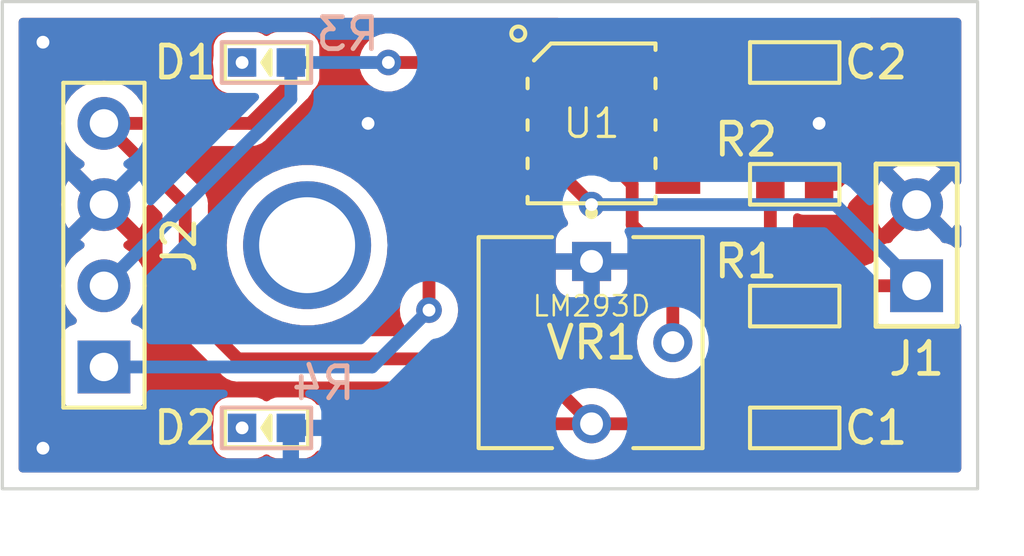
<source format=kicad_pcb>
(kicad_pcb (version 20211014) (generator pcbnew)
  (layers (0 "F.Cu" signal) (31 "B.Cu" signal) (34 "B.Paste" user) (35 "F.Paste" user) (36 "B.SilkS" user "B.Silkscreen") (37 "F.SilkS" user "F.Silkscreen") (38 "B.Mask" user) (39 "F.Mask" user) (44 "Edge.Cuts" user))
  (net 0 "")
  (net 1 "GND")
  (net 2 "A0")
  (net 3 "VCC")
  (net 4 "Net-(D1-Pad2)")
  (net 5 "Net-(D2-Pad2)")
  (net 6 "D0")
  (net 10 "Net-(U1-Pad2)")
  (footprint "OPL_Optoelectronics:LED-0603" (layer "F.Cu") (at 30.48 20.955 180)
    (fp_text reference "D1" (at 2.54 0) (layer "F.SilkS"))
    (fp_text value "LED")
    (fp_line (start 1.27 0.5715) (end 1.27 -0.5715) (layer "F.SilkS") (width 0.06604))
    (fp_line (start -1.27 -0.5715) (end 1.27 -0.5715) (layer "F.SilkS") (width 0.06604))
    (fp_line (start -1.27 0.5715) (end 1.27 0.5715) (layer "F.SilkS") (width 0.06604))
    (fp_line (start 0.127 0) (end 0 -0.1905) (layer "F.SilkS") (width 0.127))
    (fp_line (start 1.3335 0.635) (end -1.3335 0.635) (layer "F.SilkS") (width 0.127))
    (fp_line (start 1.3335 -0.635) (end 1.3335 0.635) (layer "F.SilkS") (width 0.127))
    (fp_line (start -1.3335 -0.635) (end 1.3335 -0.635) (layer "F.SilkS") (width 0.127))
    (fp_line (start -0.0635 -0.254) (end -0.0635 0.254) (layer "F.SilkS") (width 0.127))
    (fp_line (start 0 -0.1905) (end 0 0.1905) (layer "F.SilkS") (width 0.127))
    (fp_line (start -0.127 0.381) (end 0 0.1905) (layer "F.SilkS") (width 0.127))
    (fp_line (start -1.3335 0.635) (end -1.3335 -0.635) (layer "F.SilkS") (width 0.127))
    (fp_line (start -0.127 -0.381) (end -0.127 0.381) (layer "F.SilkS") (width 0.127))
    (fp_line (start 0 -0.1905) (end -0.127 -0.381) (layer "F.SilkS") (width 0.127))
    (fp_line (start -1.27 0.5715) (end -1.27 -0.5715) (layer "F.SilkS") (width 0.06604))
    (fp_line (start 0 0.1905) (end 0.127 0) (layer "F.SilkS") (width 0.127))
    (pad "1" smd rect locked (at -0.762 0 180) (size 0.762 0.889) (layers "F.Cu" "F.Paste" "F.Mask") (net 3 "VCC"))
    (pad "2" smd rect locked (at 0.762 0 180) (size 0.762 0.889) (layers "F.Cu" "F.Paste" "F.Mask") (net 4 "Net-(D1-Pad2)"))
  )
  (footprint "OPL_Connector:H2-2.54" (layer "F.Cu") (at 50.8 26.67 90)
    (fp_text reference "J1" (at -3.556 0 180) (layer "F.SilkS"))
    (fp_text value "IN")
    (fp_line (start 2.54 -1.27) (end 2.54 1.27) (layer "F.SilkS") (width 0.15))
    (fp_line (start 2.54 1.27) (end -2.54 1.27) (layer "F.SilkS") (width 0.15))
    (fp_line (start -2.54 1.27) (end -2.54 -1.27) (layer "F.SilkS") (width 0.15))
    (fp_line (start -2.54 -1.27) (end 2.54 -1.27) (layer "F.SilkS") (width 0.15))
    (pad "1" thru_hole rect locked (at -1.27 0 180) (size 1.651 1.651) (drill 0.9) (layers *.Cu *.Mask) (net 2 "A0"))
    (pad "2" thru_hole circle locked (at 1.27 0 180) (size 1.651 1.651) (drill 0.9) (layers *.Cu *.Mask) (net 1 "GND"))
  )
  (footprint "OPL_Resistor:R0603" (layer "F.Cu") (at 46.99 28.575 180)
    (fp_text reference "R1" (at 1.524 1.397) (layer "F.SilkS"))
    (fp_text value "10K")
    (fp_line (start -1.397 -0.635) (end 1.397 -0.635) (layer "F.SilkS") (width 0.127))
    (fp_line (start 1.397 0.635) (end -1.397 0.635) (layer "F.SilkS") (width 0.127))
    (fp_line (start -1.397 0.635) (end -1.397 -0.635) (layer "F.SilkS") (width 0.127))
    (fp_line (start 1.397 -0.635) (end 1.397 0.635) (layer "F.SilkS") (width 0.127))
    (pad "1" smd rect locked (at -0.762 0 180) (size 0.889 0.889) (layers "F.Cu" "F.Paste" "F.Mask") (net 2 "A0"))
    (pad "2" smd rect locked (at 0.762 0 180) (size 0.889 0.889) (layers "F.Cu" "F.Paste" "F.Mask") (net 3 "VCC"))
  )
  (footprint "OPL_Capacitor:C0603" (layer "F.Cu") (at 46.99 20.955 180)
    (fp_text reference "C2" (at -2.54 0) (layer "F.SilkS"))
    (fp_text value "100NF")
    (fp_line (start -1.397 -0.635) (end 1.397 -0.635) (layer "F.SilkS") (width 0.127))
    (fp_line (start 1.397 -0.635) (end 1.397 0.635) (layer "F.SilkS") (width 0.127))
    (fp_line (start 1.397 0.635) (end -1.397 0.635) (layer "F.SilkS") (width 0.127))
    (fp_line (start -1.397 0.635) (end -1.397 -0.635) (layer "F.SilkS") (width 0.127))
    (pad "1" smd rect locked (at -0.762 0 180) (size 0.9 0.9) (layers "F.Cu" "F.Paste" "F.Mask") (net 1 "GND"))
    (pad "2" smd rect locked (at 0.762 0 180) (size 0.9 0.9) (layers "F.Cu" "F.Paste" "F.Mask") (net 3 "VCC"))
  )
  (footprint "TRIM_3362P-1-103LF:TRIM_3362P-1-103LF" (layer "F.Cu") (at 40.64 29.718 -90)
    (fp_text reference "VR1" (at 0 0 180) (layer "F.SilkS") (effects (font (size 1.002756 1.002756))))
    (fp_text value "POT-10K")
    (fp_line (start -3.3 -1.305) (end -3.3 -3.47) (layer "F.SilkS") (width 0.127))
    (fp_line (start -3.3 3.52) (end -3.3 1.235) (layer "F.SilkS") (width 0.127))
    (fp_line (start 3.3 -3.47) (end 3.3 -1.305) (layer "F.SilkS") (width 0.127))
    (fp_line (start 3.3 3.53) (end -3.3 3.53) (layer "F.SilkS") (width 0.127))
    (fp_line (start 3.3 1.235) (end 3.3 3.52) (layer "F.SilkS") (width 0.127))
    (fp_line (start -3.3 -3.47) (end 3.3 -3.47) (layer "F.SilkS") (width 0.127))
    (fp_circle (center -4.064 0) (end -3.964 0) (layer "F.SilkS") (width 0.2) (fill none))
    (pad "1" thru_hole rect (at -2.54 0 270) (size 1.222 1.222) (drill 0.714) (layers *.Cu *.Mask) (net 1 "GND"))
    (pad "2" thru_hole circle (at 0 -2.54 270) (size 1.222 1.222) (drill 0.714) (layers *.Cu *.Mask) (net 10 "Net-(U1-Pad2)"))
    (pad "3" thru_hole circle (at 2.54 0 270) (size 1.222 1.222) (drill 0.714) (layers *.Cu *.Mask) (net 3 "VCC"))
  )
  (footprint "OPL_Resistor:R0603" (layer "F.Cu") (at 46.99 24.765 180)
    (fp_text reference "R2" (at 1.524 1.397) (layer "F.SilkS"))
    (fp_text value "10K")
    (fp_line (start 1.397 -0.635) (end 1.397 0.635) (layer "F.SilkS") (width 0.127))
    (fp_line (start -1.397 0.635) (end -1.397 -0.635) (layer "F.SilkS") (width 0.127))
    (fp_line (start 1.397 0.635) (end -1.397 0.635) (layer "F.SilkS") (width 0.127))
    (fp_line (start -1.397 -0.635) (end 1.397 -0.635) (layer "F.SilkS") (width 0.127))
    (pad "1" smd rect locked (at -0.762 0 180) (size 0.889 0.889) (layers "F.Cu" "F.Paste" "F.Mask") (net 6 "D0"))
    (pad "2" smd rect locked (at 0.762 0 180) (size 0.889 0.889) (layers "F.Cu" "F.Paste" "F.Mask") (net 3 "VCC"))
  )
  (footprint "OPL_Optoelectronics:LED-0603" (layer "F.Cu") (at 30.48 32.385 180)
    (fp_text reference "D2" (at 2.54 0) (layer "F.SilkS"))
    (fp_text value "LED")
    (fp_line (start -1.27 0.5715) (end -1.27 -0.5715) (layer "F.SilkS") (width 0.06604))
    (fp_line (start -0.127 0.381) (end 0 0.1905) (layer "F.SilkS") (width 0.127))
    (fp_line (start 1.3335 -0.635) (end 1.3335 0.635) (layer "F.SilkS") (width 0.127))
    (fp_line (start 1.3335 0.635) (end -1.3335 0.635) (layer "F.SilkS") (width 0.127))
    (fp_line (start -0.127 -0.381) (end -0.127 0.381) (layer "F.SilkS") (width 0.127))
    (fp_line (start 1.27 0.5715) (end 1.27 -0.5715) (layer "F.SilkS") (width 0.06604))
    (fp_line (start 0 -0.1905) (end 0 0.1905) (layer "F.SilkS") (width 0.127))
    (fp_line (start -1.27 -0.5715) (end 1.27 -0.5715) (layer "F.SilkS") (width 0.06604))
    (fp_line (start 0 0.1905) (end 0.127 0) (layer "F.SilkS") (width 0.127))
    (fp_line (start 0 -0.1905) (end -0.127 -0.381) (layer "F.SilkS") (width 0.127))
    (fp_line (start -0.0635 -0.254) (end -0.0635 0.254) (layer "F.SilkS") (width 0.127))
    (fp_line (start -1.3335 -0.635) (end 1.3335 -0.635) (layer "F.SilkS") (width 0.127))
    (fp_line (start -1.3335 0.635) (end -1.3335 -0.635) (layer "F.SilkS") (width 0.127))
    (fp_line (start -1.27 0.5715) (end 1.27 0.5715) (layer "F.SilkS") (width 0.06604))
    (fp_line (start 0.127 0) (end 0 -0.1905) (layer "F.SilkS") (width 0.127))
    (pad "1" smd rect locked (at -0.762 0 180) (size 0.762 0.889) (layers "F.Cu" "F.Paste" "F.Mask") (net 3 "VCC"))
    (pad "2" smd rect locked (at 0.762 0 180) (size 0.762 0.889) (layers "F.Cu" "F.Paste" "F.Mask") (net 5 "Net-(D2-Pad2)"))
  )
  (footprint "OPL_Integrated_Circuit:SOIC8-1.27-5X4MM" (layer "F.Cu") (at 40.64 22.86)
    (fp_text reference "U1" (at 0 0) (layer "F.SilkS") (effects (font (size 0.889 0.889) (thickness 0.1016))))
    (fp_text value "LM293D" (at 0 5.715) (layer "F.SilkS") (effects (font (size 0.635 0.635) (thickness 0.0762))))
    (fp_line (start 1.99898 -1.39954) (end 1.99898 -1.09982) (layer "F.SilkS") (width 0.127))
    (fp_line (start -1.79832 -1.9685) (end -1.26746 -2.49936) (layer "F.SilkS") (width 0.127))
    (fp_line (start -1.99898 -0.09906) (end -1.99898 0.19812) (layer "F.SilkS") (width 0.127))
    (fp_line (start 1.99898 -0.09906) (end 1.99898 0.19812) (layer "F.SilkS") (width 0.127))
    (fp_line (start 1.99898 2.2987) (end 1.99898 2.49936) (layer "F.SilkS") (width 0.127))
    (fp_line (start 1.99898 2.49936) (end -1.99898 2.49936) (layer "F.SilkS") (width 0.127))
    (fp_line (start -1.99898 -1.39954) (end -1.99898 -1.09982) (layer "F.SilkS") (width 0.127))
    (fp_line (start -1.99898 2.49936) (end 1.99898 2.49936) (layer "F.SilkS") (width 0.06604))
    (fp_line (start -1.99898 2.2987) (end -1.99898 2.49936) (layer "F.SilkS") (width 0.127))
    (fp_line (start -1.99898 1.09982) (end -1.99898 1.39954) (layer "F.SilkS") (width 0.127))
    (fp_line (start -1.26746 -2.49936) (end 1.99898 -2.49936) (layer "F.SilkS") (width 0.127))
    (fp_line (start 1.99898 -2.49936) (end 1.99898 -2.2987) (layer "F.SilkS") (width 0.127))
    (fp_line (start 1.99898 1.09982) (end 1.99898 1.39954) (layer "F.SilkS") (width 0.127))
    (fp_circle (center -2.29 -2.81) (end -2.45 -2.66) (layer "F.SilkS") (width 0.127) (fill none))
    (pad "1" smd rect locked (at -2.69748 -1.905) (size 1.39954 0.59944) (layers "F.Cu" "F.Paste" "F.Mask") (net 6 "D0"))
    (pad "2" smd rect locked (at -2.69748 -0.635) (size 1.39954 0.59944) (layers "F.Cu" "F.Paste" "F.Mask") (net 10 "Net-(U1-Pad2)"))
    (pad "3" smd rect locked (at -2.69748 0.635) (size 1.39954 0.59944) (layers "F.Cu" "F.Paste" "F.Mask") (net 2 "A0"))
    (pad "4" smd rect locked (at -2.69748 1.905) (size 1.39954 0.59944) (layers "F.Cu" "F.Paste" "F.Mask") (net 1 "GND"))
    (pad "5" smd rect locked (at 2.69748 1.905) (size 1.39954 0.59944) (layers "F.Cu" "F.Paste" "F.Mask"))
    (pad "6" smd rect locked (at 2.69748 0.635) (size 1.39954 0.59944) (layers "F.Cu" "F.Paste" "F.Mask"))
    (pad "7" smd rect locked (at 2.69748 -0.635) (size 1.39954 0.59944) (layers "F.Cu" "F.Paste" "F.Mask"))
    (pad "8" smd rect locked (at 2.69748 -1.905) (size 1.39954 0.59944) (layers "F.Cu" "F.Paste" "F.Mask") (net 3 "VCC"))
  )
  (footprint "OPL_Connector:H4-2.54" (layer "F.Cu") (at 25.4 26.67 -90)
    (fp_text reference "J2" (at 0 -2.352428 90) (layer "F.SilkS"))
    (fp_text value "OUT")
    (fp_line (start 5.08 1.27) (end -5.08 1.27) (layer "F.SilkS") (width 0.127))
    (fp_line (start -5.08 1.27) (end -5.08 -1.27) (layer "F.SilkS") (width 0.127))
    (fp_line (start 5.08 -1.27) (end 5.08 1.27) (layer "F.SilkS") (width 0.127))
    (fp_line (start -5.08 -1.27) (end 5.08 -1.27) (layer "F.SilkS") (width 0.127))
    (pad "1" thru_hole rect locked (at 3.81 0 180) (size 1.651 1.651) (drill 0.889) (layers *.Cu *.Mask) (net 2 "A0"))
    (pad "2" thru_hole circle locked (at 1.27 0 180) (size 1.651 1.651) (drill 0.889) (layers *.Cu *.Mask) (net 6 "D0"))
    (pad "3" thru_hole circle locked (at -1.27 0 180) (size 1.651 1.651) (drill 0.889) (layers *.Cu *.Mask) (net 1 "GND"))
    (pad "4" thru_hole circle locked (at -3.81 0 180) (size 1.651 1.651) (drill 0.889) (layers *.Cu *.Mask) (net 3 "VCC"))
  )
  (footprint "OPL_Capacitor:C0603" (layer "F.Cu") (at 46.99 32.385)
    (fp_text reference "C1" (at 2.54 0) (layer "F.SilkS"))
    (fp_text value "100NF")
    (fp_line (start -1.397 -0.635) (end 1.397 -0.635) (layer "F.SilkS") (width 0.127))
    (fp_line (start -1.397 0.635) (end -1.397 -0.635) (layer "F.SilkS") (width 0.127))
    (fp_line (start 1.397 -0.635) (end 1.397 0.635) (layer "F.SilkS") (width 0.127))
    (fp_line (start 1.397 0.635) (end -1.397 0.635) (layer "F.SilkS") (width 0.127))
    (pad "1" smd rect locked (at -0.762 0) (size 0.9 0.9) (layers "F.Cu" "F.Paste" "F.Mask") (net 1 "GND"))
    (pad "2" smd rect locked (at 0.762 0) (size 0.9 0.9) (layers "F.Cu" "F.Paste" "F.Mask") (net 2 "A0"))
  )
  (footprint "OPL_Resistor:R0603" (layer "B.Cu") (at 30.48 20.955 180)
    (fp_text reference "R3" (at -2.54 0.889) (layer "B.SilkS") (effects (justify mirror)))
    (fp_text value "1K")
    (fp_line (start -1.397 0.635) (end 1.397 0.635) (layer "B.SilkS") (width 0.127))
    (fp_line (start 1.397 -0.635) (end -1.397 -0.635) (layer "B.SilkS") (width 0.127))
    (fp_line (start -1.397 -0.635) (end -1.397 0.635) (layer "B.SilkS") (width 0.127))
    (fp_line (start 1.397 0.635) (end 1.397 -0.635) (layer "B.SilkS") (width 0.127))
    (pad "1" smd rect locked (at -0.762 0 180) (size 0.889 0.889) (layers "B.Cu" "B.Paste" "B.Mask") (net 6 "D0"))
    (pad "2" smd rect locked (at 0.762 0 180) (size 0.889 0.889) (layers "B.Cu" "B.Paste" "B.Mask") (net 4 "Net-(D1-Pad2)"))
  )
  (footprint "OPL_Resistor:R0603" (layer "B.Cu") (at 30.48 32.385 180)
    (fp_text reference "R4" (at -1.778 1.397) (layer "B.SilkS") (effects (justify mirror)))
    (fp_text value "1K")
    (fp_line (start 1.397 -0.635) (end -1.397 -0.635) (layer "B.SilkS") (width 0.127))
    (fp_line (start -1.397 0.635) (end 1.397 0.635) (layer "B.SilkS") (width 0.127))
    (fp_line (start -1.397 -0.635) (end -1.397 0.635) (layer "B.SilkS") (width 0.127))
    (fp_line (start 1.397 0.635) (end 1.397 -0.635) (layer "B.SilkS") (width 0.127))
    (pad "1" smd rect locked (at -0.762 0 180) (size 0.889 0.889) (layers "B.Cu" "B.Paste" "B.Mask") (net 1 "GND"))
    (pad "2" smd rect locked (at 0.762 0 180) (size 0.889 0.889) (layers "B.Cu" "B.Paste" "B.Mask") (net 5 "Net-(D2-Pad2)"))
  )
  (gr_rect (start 22.225 19.05) (end 52.705 34.29) (layer "Edge.Cuts") (width 0.1) (fill none))
  (via (at 31.75 26.67) (size 4) (drill 3) (layers "F.Cu" "B.Cu") (net 0))
  (via (at 23.495 33.02) (size 0.8) (drill 0.4) (layers "F.Cu" "B.Cu") (net 1))
  (via (at 23.495 20.32) (size 0.8) (drill 0.4) (layers "F.Cu" "B.Cu") (net 1))
  (via (at 33.655 22.86) (size 0.8) (drill 0.4) (layers "F.Cu" "B.Cu") (net 1))
  (via (at 47.752 22.86) (size 0.8) (drill 0.4) (layers "F.Cu" "B.Cu") (net 1))
  (segment (start 48.895 28.575) (end 49.53 27.94) (width 0.4) (layer "F.Cu") (net 2))
  (segment (start 35.56 28.702) (end 35.56 24.638) (width 0.4) (layer "F.Cu") (net 2))
  (segment (start 36.703 23.495) (end 37.94252 23.495) (width 0.4) (layer "F.Cu") (net 2))
  (segment (start 35.56 24.638) (end 36.703 23.495) (width 0.4) (layer "F.Cu") (net 2))
  (segment (start 38.735 23.495) (end 40.64 25.4) (width 0.4) (layer "F.Cu") (net 2))
  (segment (start 37.94252 23.495) (end 38.735 23.495) (width 0.4) (layer "F.Cu") (net 2))
  (segment (start 49.53 27.94) (end 50.8 27.94) (width 0.4) (layer "F.Cu") (net 2))
  (segment (start 47.752 28.575) (end 48.895 28.575) (width 0.4) (layer "F.Cu") (net 2))
  (segment (start 47.752 32.385) (end 47.752 28.575) (width 0.4) (layer "F.Cu") (net 2))
  (via (at 35.56 28.702) (size 0.8) (drill 0.4) (layers "F.Cu" "B.Cu") (net 2))
  (via (at 40.64 25.4) (size 0.8) (drill 0.4) (layers "F.Cu" "B.Cu") (net 2))
  (segment (start 48.26 25.4) (end 40.64 25.4) (width 0.4) (layer "B.Cu") (net 2))
  (segment (start 25.4 30.48) (end 33.782 30.48) (width 0.4) (layer "B.Cu") (net 2))
  (segment (start 50.8 27.94) (end 48.26 25.4) (width 0.4) (layer "B.Cu") (net 2))
  (segment (start 33.782 30.48) (end 35.56 28.702) (width 0.4) (layer "B.Cu") (net 2))
  (segment (start 29.591 30.226) (end 27.94 28.575) (width 0.4) (layer "F.Cu") (net 3))
  (segment (start 46.228 24.765) (end 46.228 20.955) (width 0.4) (layer "F.Cu") (net 3))
  (segment (start 38.608 30.226) (end 29.591 30.226) (width 0.4) (layer "F.Cu") (net 3))
  (segment (start 40.64 32.258) (end 43.307 32.258) (width 0.4) (layer "F.Cu") (net 3))
  (segment (start 46.228 29.337) (end 46.228 28.575) (width 0.4) (layer "F.Cu") (net 3))
  (segment (start 39.37 32.258) (end 40.64 32.258) (width 0.4) (layer "F.Cu") (net 3))
  (segment (start 43.307 32.258) (end 46.228 29.337) (width 0.4) (layer "F.Cu") (net 3))
  (segment (start 31.242 20.955) (end 31.242 21.59) (width 0.4) (layer "F.Cu") (net 3))
  (segment (start 25.4 22.86) (end 29.972 22.86) (width 0.4) (layer "F.Cu") (net 3))
  (segment (start 27.94 25.4) (end 25.4 22.86) (width 0.4) (layer "F.Cu") (net 3))
  (segment (start 39.243 32.385) (end 39.37 32.258) (width 0.4) (layer "F.Cu") (net 3))
  (segment (start 31.242 32.385) (end 39.243 32.385) (width 0.4) (layer "F.Cu") (net 3))
  (segment (start 46.228 28.575) (end 46.228 24.765) (width 0.4) (layer "F.Cu") (net 3))
  (segment (start 31.242 21.59) (end 29.972 22.86) (width 0.4) (layer "F.Cu") (net 3))
  (segment (start 43.33748 20.955) (end 46.228 20.955) (width 0.4) (layer "F.Cu") (net 3))
  (segment (start 40.64 32.258) (end 38.608 30.226) (width 0.4) (layer "F.Cu") (net 3))
  (segment (start 27.94 28.575) (end 27.94 25.4) (width 0.4) (layer "F.Cu") (net 3))
  (via (at 29.718 20.955) (size 0.8) (drill 0.4) (layers "F.Cu" "B.Cu") (net 4))
  (via (at 29.718 32.385) (size 0.8) (drill 0.4) (layers "F.Cu" "B.Cu") (net 5))
  (segment (start 47.752 24.765) (end 48.26 24.765) (width 0.4) (layer "F.Cu") (net 6))
  (segment (start 49.022 20.525) (end 48.309 19.812) (width 0.4) (layer "F.Cu") (net 6))
  (segment (start 48.26 24.765) (end 49.022 24.003) (width 0.4) (layer "F.Cu") (net 6))
  (segment (start 39.497 20.955) (end 37.94252 20.955) (width 0.4) (layer "F.Cu") (net 6))
  (segment (start 37.94252 20.955) (end 34.29 20.955) (width 0.4) (layer "F.Cu") (net 6))
  (segment (start 49.022 24.003) (end 49.022 20.525) (width 0.4) (layer "F.Cu") (net 6))
  (segment (start 48.309 19.812) (end 40.64 19.812) (width 0.4) (layer "F.Cu") (net 6))
  (segment (start 40.64 19.812) (end 39.497 20.955) (width 0.4) (layer "F.Cu") (net 6))
  (via (at 34.29 20.955) (size 0.8) (drill 0.4) (layers "F.Cu" "B.Cu") (net 6))
  (segment (start 25.4 27.94) (end 31.242 22.098) (width 0.4) (layer "B.Cu") (net 6))
  (segment (start 34.29 20.955) (end 31.242 20.955) (width 0.4) (layer "B.Cu") (net 6))
  (segment (start 31.242 22.098) (end 31.242 20.955) (width 0.4) (layer "B.Cu") (net 6))
  (segment (start 41.91 24.765) (end 39.37 22.225) (width 0.4) (layer "F.Cu") (net 10))
  (segment (start 41.91 26.035) (end 41.91 24.765) (width 0.4) (layer "F.Cu") (net 10))
  (segment (start 43.18 27.305) (end 41.91 26.035) (width 0.4) (layer "F.Cu") (net 10))
  (segment (start 39.37 22.225) (end 37.94252 22.225) (width 0.4) (layer "F.Cu") (net 10))
  (segment (start 43.18 29.718) (end 43.18 27.305) (width 0.4) (layer "F.Cu") (net 10))
  (zone (net 1) (net_name "GND") (layers F&B.Cu) (connect_pads (clearance 0.508)) (min_thickness 0.254) (fill yes (thermal_gap 0.508) (thermal_bridge_width 0.508))
    (polygon (pts (xy 52.705 34.29) (xy 22.225 34.29) (xy 22.225 19.05) (xy 52.705 19.05)))
  )
)
</source>
